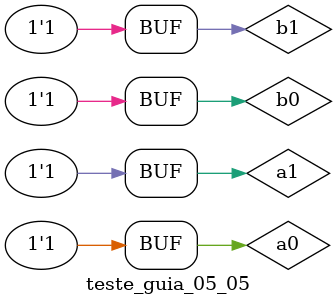
<source format=v>



module meia_soma (s0, s1, a, b);

	input   a, b;             
	output  s0, s1;
	
	wire sn1, sn2, sn3, sn4;
	
		// instancia
	nand NAND1(sn1, a, b);
	nand NAND2(sn2, a, b);
	nand NAND3(sn3, a, sn1);
	nand NAND4(sn4, sn1, b);
	
	nand NAND5(s0, sn3, sn4);
	nand NAND6(s1, sn2, sn2);

endmodule // meia_soma


// -----------------------
// -- soma completa 1bit
// -----------------------

module soma_comp_1bit (s0, s1, a, b, c);

	input   a, b, c;             
	output  s0, s1;
	
	wire sa1, sa2, sa3, sa4, sa5;
	
		// instancia
	meia_soma MEIA1 (sa1, sa2, a, b);
	meia_soma MEIA2 (s0, sa3, sa1, c);
	
	nand NAND1(sa4, sa2, sa2);
	nand NAND2(sa5, sa3, sa3);
	nand NAND3(s1, sa4, sa5);

endmodule // soma_comp_1bit


// -----------------------
// -- soma completa 2bit
// -----------------------

module soma_comp_2bit (s0, s1, s2, a0, a1, b0, b1);

	input   a0, a1, b0, b1;
	output s0, s1, s2;
	
	wire sa1;
	
		// instancia
	soma_comp_1bit SC1 (s0, sa1, a0, b0, 0);
	soma_comp_1bit SC2 (s1, s2, a1, b1, sa1);

endmodule // soma_comp_2bit


// ---------------------
// -- guia 05_05 teste
// ---------------------


module teste_guia_05_05;

	reg a0, a1, b0, b1;
	wire s0, s1, s2;
	
		// instancia
	soma_comp_2bit SOMAC (s0, s1, s2, a0, a1, b0, b1);

	initial begin:start
		a0=0; a1=0; b0=0; b1=0;
	end

		// parte principal
	initial begin:main
		$display("Guia 05_05 - Mariana Ramos de Brito - 405820");
		$display("Teste do operador de soma completa de numeros com 2 bits cada, usando apenas portas nand.\n");
		$display("a1a0 + b1b0 = s2s1s0\n");
		$monitor("%b%b + %b%b = %b%b%b\n", a1, a0, b1, b0, s2, s1, s0);
		
		#1 a1=0; a0=1; b1=0; b0=0;
		#1 a1=1; a0=0; b1=0; b0=0;
		#1 a1=1; a0=1; b1=0; b0=0;
		
		#1 a1=0; a0=0; b1=0; b0=1;
		#1 a1=0; a0=1; b1=0; b0=1;
		#1 a1=1; a0=0; b1=0; b0=1;
		#1 a1=1; a0=1; b1=0; b0=1;
		
		#1 a1=0; a0=0; b1=1; b0=0;
		#1 a1=0; a0=1; b1=1; b0=0;
		#1 a1=1; a0=0; b1=1; b0=0;
		#1 a1=1; a0=1; b1=1; b0=0;
		
		#1 a1=0; a0=0; b1=1; b0=1;
		#1 a1=0; a0=1; b1=1; b0=1;
		#1 a1=1; a0=0; b1=1; b0=1;
		#1 a1=1; a0=1; b1=1; b0=1;
  		
	end

endmodule // guia_05_05
</source>
